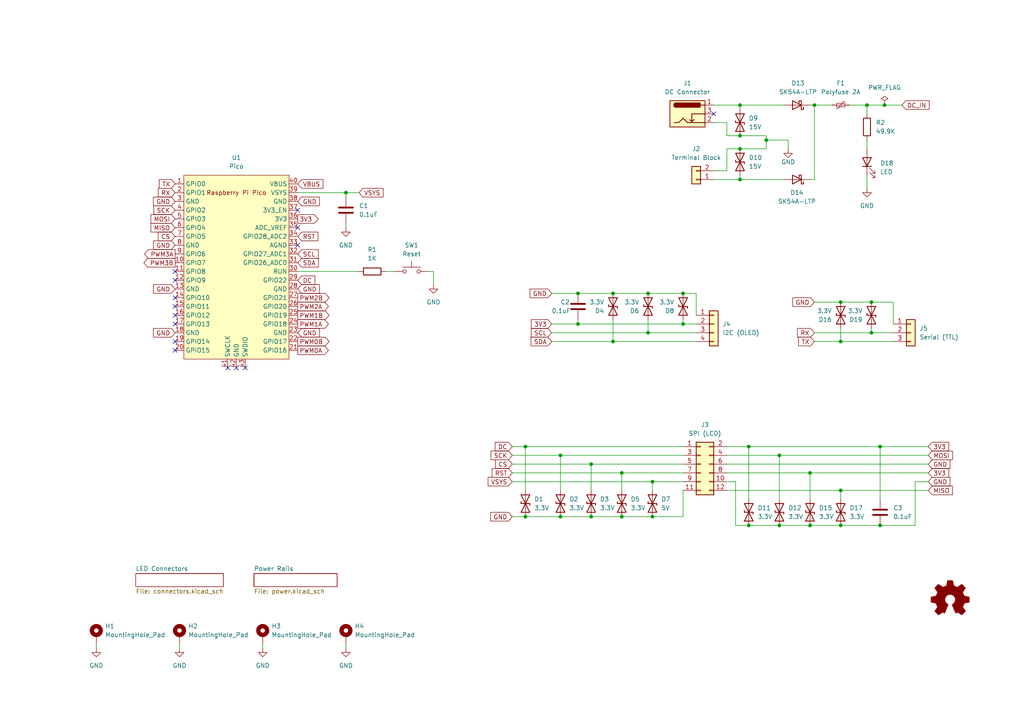
<source format=kicad_sch>
(kicad_sch (version 20230121) (generator eeschema)
  (paper "A4")
  (title_block (title "BrickPico - Open Source LED Controller") (date "2023-12-07") (rev "1.0") (company "Timo Kokkonen <tjko@iki.fi>") (comment 2 "BrickPico-8"))
  (lib_symbols
    (symbol "Connector:Barrel_Jack_Switch" (pin_names hide)
      (property "Reference" "J" (at 0 5.334 0))
      (property "Value" "Barrel_Jack_Switch" (at 0 -5.08 0))
      (symbol "Barrel_Jack_Switch_0_1"
        (rectangle (start -5.08 3.81) (end 5.08 -3.81) (stroke (width 0.254)) (fill (type background)))
        (arc (start -3.302 3.175) (mid -3.9343 2.54) (end -3.302 1.905) (stroke (width 0.254)))
        (arc (start -3.302 3.175) (mid -3.9343 2.54) (end -3.302 1.905) (stroke (width 0.254)) (fill (type outline)))
        (polyline (pts (xy 1.27 -2.286) (xy 1.905 -1.651)) (stroke (width 0.254)))
        (polyline (pts (xy 5.08 2.54) (xy 3.81 2.54)) (stroke (width 0.254)))
        (polyline (pts (xy 5.08 0) (xy 1.27 0) (xy 1.27 -2.286) (xy 0.635 -1.651)) (stroke (width 0.254)))
        (polyline (pts (xy -3.81 -2.54) (xy -2.54 -2.54) (xy -1.27 -1.27) (xy 0 -2.54) (xy 2.54 -2.54) (xy 5.08 -2.54)) (stroke (width 0.254)))
        (rectangle (start 3.683 3.175) (end -3.302 1.905) (stroke (width 0.254)) (fill (type outline)))
      )
      (symbol "Barrel_Jack_Switch_1_1"
        (pin passive line (at 7.62 2.54 180) (length 2.54) (name "~") (number "1"))
        (pin passive line (at 7.62 -2.54 180) (length 2.54) (name "~") (number "2"))
        (pin passive line (at 7.62 0 180) (length 2.54) (name "~") (number "3"))
      )
    )
    (symbol "Connector_Generic:Conn_01x02" (pin_names (offset 1.016) hide)
      (property "Reference" "J" (at 0 2.54 0))
      (property "Value" "Conn_01x02" (at 0 -5.08 0))
      (symbol "Conn_01x02_1_1"
        (rectangle (start -1.27 -2.413) (end 0 -2.667) (stroke (width 0.1524)))
        (rectangle (start -1.27 0.127) (end 0 -0.127) (stroke (width 0.1524)))
        (rectangle (start -1.27 1.27) (end 1.27 -3.81) (stroke (width 0.254)) (fill (type background)))
        (pin passive line (at -5.08 0 0) (length 3.81) (name "Pin_1") (number "1"))
        (pin passive line (at -5.08 -2.54 0) (length 3.81) (name "Pin_2") (number "2"))
      )
    )
    (symbol "Connector_Generic:Conn_01x03" (pin_names (offset 1.016) hide)
      (property "Reference" "J" (at 0 5.08 0))
      (property "Value" "Conn_01x03" (at 0 -5.08 0))
      (symbol "Conn_01x03_1_1"
        (rectangle (start -1.27 -2.413) (end 0 -2.667) (stroke (width 0.1524)))
        (rectangle (start -1.27 0.127) (end 0 -0.127) (stroke (width 0.1524)))
        (rectangle (start -1.27 2.667) (end 0 2.413) (stroke (width 0.1524)))
        (rectangle (start -1.27 3.81) (end 1.27 -3.81) (stroke (width 0.254)) (fill (type background)))
        (pin passive line (at -5.08 2.54 0) (length 3.81) (name "Pin_1") (number "1"))
        (pin passive line (at -5.08 0 0) (length 3.81) (name "Pin_2") (number "2"))
        (pin passive line (at -5.08 -2.54 0) (length 3.81) (name "Pin_3") (number "3"))
      )
    )
    (symbol "Connector_Generic:Conn_01x04" (pin_names (offset 1.016) hide)
      (property "Reference" "J" (at 0 5.08 0))
      (property "Value" "Conn_01x04" (at 0 -7.62 0))
      (symbol "Conn_01x04_1_1"
        (rectangle (start -1.27 -4.953) (end 0 -5.207) (stroke (width 0.1524)))
        (rectangle (start -1.27 -2.413) (end 0 -2.667) (stroke (width 0.1524)))
        (rectangle (start -1.27 0.127) (end 0 -0.127) (stroke (width 0.1524)))
        (rectangle (start -1.27 2.667) (end 0 2.413) (stroke (width 0.1524)))
        (rectangle (start -1.27 3.81) (end 1.27 -6.35) (stroke (width 0.254)) (fill (type background)))
        (pin passive line (at -5.08 2.54 0) (length 3.81) (name "Pin_1") (number "1"))
        (pin passive line (at -5.08 0 0) (length 3.81) (name "Pin_2") (number "2"))
        (pin passive line (at -5.08 -2.54 0) (length 3.81) (name "Pin_3") (number "3"))
        (pin passive line (at -5.08 -5.08 0) (length 3.81) (name "Pin_4") (number "4"))
      )
    )
    (symbol "Connector_Generic:Conn_02x06_Odd_Even" (pin_names (offset 1.016) hide)
      (property "Reference" "J" (at 1.27 7.62 0))
      (property "Value" "Conn_02x06_Odd_Even" (at 1.27 -10.16 0))
      (symbol "Conn_02x06_Odd_Even_1_1"
        (rectangle (start -1.27 -7.493) (end 0 -7.747) (stroke (width 0.1524)))
        (rectangle (start -1.27 -4.953) (end 0 -5.207) (stroke (width 0.1524)))
        (rectangle (start -1.27 -2.413) (end 0 -2.667) (stroke (width 0.1524)))
        (rectangle (start -1.27 0.127) (end 0 -0.127) (stroke (width 0.1524)))
        (rectangle (start -1.27 2.667) (end 0 2.413) (stroke (width 0.1524)))
        (rectangle (start -1.27 5.207) (end 0 4.953) (stroke (width 0.1524)))
        (rectangle (start -1.27 6.35) (end 3.81 -8.89) (stroke (width 0.254)) (fill (type background)))
        (rectangle (start 3.81 -7.493) (end 2.54 -7.747) (stroke (width 0.1524)))
        (rectangle (start 3.81 -4.953) (end 2.54 -5.207) (stroke (width 0.1524)))
        (rectangle (start 3.81 -2.413) (end 2.54 -2.667) (stroke (width 0.1524)))
        (rectangle (start 3.81 0.127) (end 2.54 -0.127) (stroke (width 0.1524)))
        (rectangle (start 3.81 2.667) (end 2.54 2.413) (stroke (width 0.1524)))
        (rectangle (start 3.81 5.207) (end 2.54 4.953) (stroke (width 0.1524)))
        (pin passive line (at -5.08 5.08 0) (length 3.81) (name "Pin_1") (number "1"))
        (pin passive line (at 7.62 -5.08 180) (length 3.81) (name "Pin_10") (number "10"))
        (pin passive line (at -5.08 -7.62 0) (length 3.81) (name "Pin_11") (number "11"))
        (pin passive line (at 7.62 -7.62 180) (length 3.81) (name "Pin_12") (number "12"))
        (pin passive line (at 7.62 5.08 180) (length 3.81) (name "Pin_2") (number "2"))
        (pin passive line (at -5.08 2.54 0) (length 3.81) (name "Pin_3") (number "3"))
        (pin passive line (at 7.62 2.54 180) (length 3.81) (name "Pin_4") (number "4"))
        (pin passive line (at -5.08 0 0) (length 3.81) (name "Pin_5") (number "5"))
        (pin passive line (at 7.62 0 180) (length 3.81) (name "Pin_6") (number "6"))
        (pin passive line (at -5.08 -2.54 0) (length 3.81) (name "Pin_7") (number "7"))
        (pin passive line (at 7.62 -2.54 180) (length 3.81) (name "Pin_8") (number "8"))
        (pin passive line (at -5.08 -5.08 0) (length 3.81) (name "Pin_9") (number "9"))
      )
    )
    (symbol "Device:C" (pin_numbers hide) (pin_names (offset 0.254))
      (property "Reference" "C" (at 0.635 2.54 0))
      (property "Value" "C" (at 0.635 -2.54 0))
      (symbol "C_0_1"
        (polyline (pts (xy -2.032 -0.762) (xy 2.032 -0.762)) (stroke (width 0.508)))
        (polyline (pts (xy -2.032 0.762) (xy 2.032 0.762)) (stroke (width 0.508)))
      )
      (symbol "C_1_1"
        (pin passive line (at 0 3.81 270) (length 2.794) (name "~") (number "1"))
        (pin passive line (at 0 -3.81 90) (length 2.794) (name "~") (number "2"))
      )
    )
    (symbol "Device:D_Schottky" (pin_numbers hide) (pin_names (offset 1.016) hide)
      (property "Reference" "D" (at 0 2.54 0))
      (property "Value" "D_Schottky" (at 0 -2.54 0))
      (symbol "D_Schottky_0_1"
        (polyline (pts (xy 1.27 0) (xy -1.27 0)))
        (polyline (pts (xy 1.27 1.27) (xy 1.27 -1.27) (xy -1.27 0) (xy 1.27 1.27)) (stroke (width 0.254)))
        (polyline (pts (xy -1.905 0.635) (xy -1.905 1.27) (xy -1.27 1.27) (xy -1.27 -1.27) (xy -0.635 -1.27) (xy -0.635 -0.635)) (stroke (width 0.254)))
      )
      (symbol "D_Schottky_1_1"
        (pin passive line (at -3.81 0 0) (length 2.54) (name "K") (number "1"))
        (pin passive line (at 3.81 0 180) (length 2.54) (name "A") (number "2"))
      )
    )
    (symbol "Device:D_TVS" (pin_numbers hide) (pin_names (offset 1.016) hide)
      (property "Reference" "D" (at 0 2.54 0))
      (property "Value" "D_TVS" (at 0 -2.54 0))
      (symbol "D_TVS_0_1"
        (polyline (pts (xy 1.27 0) (xy -1.27 0)))
        (polyline (pts (xy 0.508 1.27) (xy 0 1.27) (xy 0 -1.27) (xy -0.508 -1.27)) (stroke (width 0.254)))
        (polyline (pts (xy -2.54 1.27) (xy -2.54 -1.27) (xy 2.54 1.27) (xy 2.54 -1.27) (xy -2.54 1.27)) (stroke (width 0.254)))
      )
      (symbol "D_TVS_1_1"
        (pin passive line (at -3.81 0 0) (length 2.54) (name "A1") (number "1"))
        (pin passive line (at 3.81 0 180) (length 2.54) (name "A2") (number "2"))
      )
    )
    (symbol "Device:LED" (pin_numbers hide) (pin_names (offset 1.016) hide)
      (property "Reference" "D" (at 0 2.54 0))
      (property "Value" "LED" (at 0 -2.54 0))
      (symbol "LED_0_1"
        (polyline (pts (xy -1.27 -1.27) (xy -1.27 1.27)) (stroke (width 0.254)))
        (polyline (pts (xy -1.27 0) (xy 1.27 0)))
        (polyline (pts (xy 1.27 -1.27) (xy 1.27 1.27) (xy -1.27 0) (xy 1.27 -1.27)) (stroke (width 0.254)))
        (polyline (pts (xy -3.048 -0.762) (xy -4.572 -2.286) (xy -3.81 -2.286) (xy -4.572 -2.286) (xy -4.572 -1.524)))
        (polyline (pts (xy -1.778 -0.762) (xy -3.302 -2.286) (xy -2.54 -2.286) (xy -3.302 -2.286) (xy -3.302 -1.524)))
      )
      (symbol "LED_1_1"
        (pin passive line (at -3.81 0 0) (length 2.54) (name "K") (number "1"))
        (pin passive line (at 3.81 0 180) (length 2.54) (name "A") (number "2"))
      )
    )
    (symbol "Device:Polyfuse_Small" (pin_numbers hide) (pin_names (offset 0))
      (property "Reference" "F" (at -1.905 0 90))
      (property "Value" "Polyfuse_Small" (at 1.905 0 90))
      (symbol "Polyfuse_Small_0_1"
        (rectangle (start -0.508 1.27) (end 0.508 -1.27))
        (polyline (pts (xy 0 2.54) (xy 0 -2.54)))
        (polyline (pts (xy -1.016 1.27) (xy -1.016 0.762) (xy 1.016 -0.762) (xy 1.016 -1.27)))
      )
      (symbol "Polyfuse_Small_1_1"
        (pin passive line (at 0 2.54 270) (length 0.635) (name "~") (number "1"))
        (pin passive line (at 0 -2.54 90) (length 0.635) (name "~") (number "2"))
      )
    )
    (symbol "Device:R" (pin_numbers hide) (pin_names (offset 0))
      (property "Reference" "R" (at 2.032 0 90))
      (property "Value" "R" (at 0 0 90))
      (symbol "R_0_1"
        (rectangle (start -1.016 -2.54) (end 1.016 2.54) (stroke (width 0.254)))
      )
      (symbol "R_1_1"
        (pin passive line (at 0 3.81 270) (length 1.27) (name "~") (number "1"))
        (pin passive line (at 0 -3.81 90) (length 1.27) (name "~") (number "2"))
      )
    )
    (symbol "Graphic:Logo_Open_Hardware_Small" (in_bom no) (on_board no)
      (symbol "Logo_Open_Hardware_Small_0_1"
        (polyline (pts (xy 3.3528 -4.3434) (xy 3.302 -4.318) (xy 3.175 -4.2418) (xy 2.9972 -4.1148) (xy 2.7686 -3.9624) (xy 2.54 -3.81) (xy 2.3622 -3.7084) (xy 2.2352 -3.6068) (xy 2.1844 -3.5814) (xy 2.159 -3.6068) (xy 2.0574 -3.6576) (xy 1.905 -3.7338) (xy 1.8034 -3.7846) (xy 1.6764 -3.8354) (xy 1.6002 -3.8354) (xy 1.6002 -3.8354) (xy 1.5494 -3.7338) (xy 1.4732 -3.5306) (xy 1.3462 -3.302) (xy 1.2446 -3.0226) (xy 1.1176 -2.7178) (xy 0.9652 -2.413) (xy 0.8636 -2.1082) (xy 0.7366 -1.8288) (xy 0.6604 -1.6256) (xy 0.6096 -1.4732) (xy 0.5842 -1.397) (xy 0.5842 -1.397) (xy 0.6604 -1.3208) (xy 0.7874 -1.2446) (xy 1.0414 -1.016) (xy 1.2954 -0.6858) (xy 1.4478 -0.3302) (xy 1.524 0.0762) (xy 1.4732 0.4572) (xy 1.3208 0.8128) (xy 1.0668 1.143) (xy 0.762 1.3716) (xy 0.4064 1.524) (xy 0 1.5748) (xy -0.381 1.5494) (xy -0.7366 1.397) (xy -1.0668 1.143) (xy -1.2192 0.9906) (xy -1.397 0.6604) (xy -1.524 0.3048) (xy -1.524 0.2286) (xy -1.4986 -0.1778) (xy -1.397 -0.5334) (xy -1.1938 -0.8636) (xy -0.9144 -1.143) (xy -0.8636 -1.1684) (xy -0.7366 -1.27) (xy -0.635 -1.3462) (xy -0.5842 -1.397) (xy -1.0668 -2.5908) (xy -1.143 -2.794) (xy -1.2954 -3.1242) (xy -1.397 -3.4036) (xy -1.4986 -3.6322) (xy -1.5748 -3.7846) (xy -1.6002 -3.8354) (xy -1.6002 -3.8354) (xy -1.651 -3.8354) (xy -1.7272 -3.81) (xy -1.905 -3.7338) (xy -2.0066 -3.683) (xy -2.1336 -3.6068) (xy -2.2098 -3.5814) (xy -2.2606 -3.6068) (xy -2.3622 -3.683) (xy -2.54 -3.81) (xy -2.7686 -3.9624) (xy -2.9718 -4.0894) (xy -3.1496 -4.2164) (xy -3.302 -4.318) (xy -3.3528 -4.3434) (xy -3.3782 -4.3434) (xy -3.429 -4.318) (xy -3.5306 -4.2164) (xy -3.7084 -4.064) (xy -3.937 -3.8354) (xy -3.9624 -3.81) (xy -4.1656 -3.6068) (xy -4.318 -3.4544) (xy -4.4196 -3.3274) (xy -4.445 -3.2766) (xy -4.445 -3.2766) (xy -4.4196 -3.2258) (xy -4.318 -3.0734) (xy -4.2164 -2.8956) (xy -4.064 -2.667) (xy -3.6576 -2.0828) (xy -3.8862 -1.5494) (xy -3.937 -1.3716) (xy -4.0386 -1.1684) (xy -4.0894 -1.0414) (xy -4.1148 -0.9652) (xy -4.191 -0.9398) (xy -4.318 -0.9144) (xy -4.5466 -0.8636) (xy -4.8006 -0.8128) (xy -5.0546 -0.7874) (xy -5.2578 -0.7366) (xy -5.4356 -0.7112) (xy -5.5118 -0.6858) (xy -5.5118 -0.6858) (xy -5.5372 -0.635) (xy -5.5372 -0.5588) (xy -5.5372 -0.4318) (xy -5.5626 -0.2286) (xy -5.5626 0.0762) (xy -5.5626 0.127) (xy -5.5372 0.4064) (xy -5.5372 0.635) (xy -5.5372 0.762) (xy -5.5372 0.8382) (xy -5.5372 0.8382) (xy -5.461 0.8382) (xy -5.3086 0.889) (xy -5.08 0.9144) (xy -4.826 0.9652) (xy -4.8006 0.9906) (xy -4.5466 1.0414) (xy -4.318 1.0668) (xy -4.1656 1.1176) (xy -4.0894 1.143) (xy -4.0894 1.143) (xy -4.0386 1.2446) (xy -3.9624 1.4224) (xy -3.8608 1.6256) (xy -3.7846 1.8288) (xy -3.7084 2.0066) (xy -3.6576 2.159) (xy -3.6322 2.2098) (xy -3.6322 2.2098) (xy -3.683 2.286) (xy -3.7592 2.413) (xy -3.8862 2.5908) (xy -4.064 2.8194) (xy -4.064 2.8448) (xy -4.2164 3.0734) (xy -4.3434 3.2512) (xy -4.4196 3.3782) (xy -4.445 3.4544) (xy -4.445 3.4544) (xy -4.3942 3.5052) (xy -4.2926 3.6322) (xy -4.1148 3.81) (xy -3.937 4.0132) (xy -3.8608 4.064) (xy -3.6576 4.2926) (xy -3.5052 4.4196) (xy -3.4036 4.4958) (xy -3.3528 4.5212) (xy -3.3528 4.5212) (xy -3.302 4.4704) (xy -3.1496 4.3688) (xy -2.9718 4.2418) (xy -2.7432 4.0894) (xy -2.7178 4.0894) (xy -2.4892 3.937) (xy -2.3114 3.81) (xy -2.1844 3.7084) (xy -2.1336 3.683) (xy -2.1082 3.683) (xy -2.032 3.7084) (xy -1.8542 3.7592) (xy -1.6764 3.8354) (xy -1.4732 3.937) (xy -1.27 4.0132) (xy -1.143 4.064) (xy -1.0668 4.1148) (xy -1.0668 4.1148) (xy -1.0414 4.191) (xy -1.016 4.3434) (xy -0.9652 4.572) (xy -0.9144 4.8514) (xy -0.889 4.9022) (xy -0.8382 5.1562) (xy -0.8128 5.3848) (xy -0.7874 5.5372) (xy -0.762 5.588) (xy -0.7112 5.6134) (xy -0.5842 5.6134) (xy -0.4064 5.6134) (xy -0.1524 5.6134) (xy 0.0762 5.6134) (xy 0.3302 5.6134) (xy 0.5334 5.6134) (xy 0.6858 5.588) (xy 0.7366 5.588) (xy 0.7366 5.588) (xy 0.762 5.5118) (xy 0.8128 5.334) (xy 0.8382 5.1054) (xy 0.9144 4.826) (xy 0.9144 4.7752) (xy 0.9652 4.5212) (xy 1.016 4.2926) (xy 1.0414 4.1402) (xy 1.0668 4.0894) (xy 1.0668 4.0894) (xy 1.1938 4.0386) (xy 1.3716 3.9624) (xy 1.5748 3.8608) (xy 2.0828 3.6576) (xy 2.7178 4.0894) (xy 2.7686 4.1402) (xy 2.9972 4.2926) (xy 3.175 4.4196) (xy 3.302 4.4958) (xy 3.3782 4.5212) (xy 3.3782 4.5212) (xy 3.429 4.4704) (xy 3.556 4.3434) (xy 3.7338 4.191) (xy 3.9116 3.9878) (xy 4.064 3.8354) (xy 4.2418 3.6576) (xy 4.3434 3.556) (xy 4.4196 3.4798) (xy 4.4196 3.429) (xy 4.4196 3.4036) (xy 4.3942 3.3274) (xy 4.2926 3.2004) (xy 4.1656 2.9972) (xy 4.0132 2.794) (xy 3.8862 2.5908) (xy 3.7592 2.3876) (xy 3.6576 2.2352) (xy 3.6322 2.159) (xy 3.6322 2.1336) (xy 3.683 2.0066) (xy 3.7592 1.8288) (xy 3.8608 1.6002) (xy 4.064 1.1176) (xy 4.3942 1.0414) (xy 4.5974 1.016) (xy 4.8768 0.9652) (xy 5.1308 0.9144) (xy 5.5372 0.8382) (xy 5.5626 -0.6604) (xy 5.4864 -0.6858) (xy 5.4356 -0.6858) (xy 5.2832 -0.7366) (xy 5.0546 -0.762) (xy 4.8006 -0.8128) (xy 4.5974 -0.8636) (xy 4.3688 -0.9144) (xy 4.2164 -0.9398) (xy 4.1402 -0.9398) (xy 4.1148 -0.9652) (xy 4.064 -1.0668) (xy 3.9878 -1.2446) (xy 3.9116 -1.4478) (xy 3.81 -1.651) (xy 3.7338 -1.8542) (xy 3.683 -2.0066) (xy 3.6576 -2.0828) (xy 3.683 -2.1336) (xy 3.7846 -2.2606) (xy 3.8862 -2.4638) (xy 4.0386 -2.667) (xy 4.191 -2.8956) (xy 4.318 -3.0734) (xy 4.3942 -3.2004) (xy 4.445 -3.2766) (xy 4.4196 -3.3274) (xy 4.3434 -3.429) (xy 4.1656 -3.5814) (xy 3.937 -3.8354) (xy 3.8862 -3.8608) (xy 3.683 -4.064) (xy 3.5306 -4.2164) (xy 3.4036 -4.318) (xy 3.3528 -4.3434)) (fill (type outline)))
      )
    )
    (symbol "Mechanical:MountingHole_Pad" (pin_numbers hide) (pin_names (offset 1.016) hide)
      (property "Reference" "H" (at 0 6.35 0))
      (property "Value" "MountingHole_Pad" (at 0 4.445 0))
      (symbol "MountingHole_Pad_0_1"
        (circle (center 0 1.27) (radius 1.27) (stroke (width 1.27)))
      )
      (symbol "MountingHole_Pad_1_1"
        (pin input line (at 0 -2.54 90) (length 2.54) (name "1") (number "1"))
      )
    )
    (symbol "Switch:SW_Push" (pin_numbers hide) (pin_names (offset 1.016) hide)
      (property "Reference" "SW" (at 1.27 2.54 0))
      (property "Value" "SW_Push" (at 0 -1.524 0))
      (symbol "SW_Push_0_1"
        (circle (center -2.032 0) (radius 0.508))
        (polyline (pts (xy 0 1.27) (xy 0 3.048)))
        (polyline (pts (xy 2.54 1.27) (xy -2.54 1.27)))
        (circle (center 2.032 0) (radius 0.508))
        (pin passive line (at -5.08 0 0) (length 2.54) (name "1") (number "1"))
        (pin passive line (at 5.08 0 180) (length 2.54) (name "2") (number "2"))
      )
    )
    (symbol "fanpico:Pico"
      (property "Reference" "U4" (at 0 31.75 0))
      (property "Value" "Pico" (at 0 29.21 0))
      (symbol "Pico_0_0"
        (text "Raspberry Pi Pico" (at 0 21.59 0) (effects (font (size 1.27 1.27))))
      )
      (symbol "Pico_0_1"
        (rectangle (start -15.24 26.67) (end 15.24 -26.67) (fill (type background)))
      )
      (symbol "Pico_1_1"
        (pin bidirectional line (at -17.78 24.13 0) (length 2.54) (name "GPIO0") (number "1"))
        (pin bidirectional line (at -17.78 1.27 0) (length 2.54) (name "GPIO7") (number "10"))
        (pin bidirectional line (at -17.78 -1.27 0) (length 2.54) (name "GPIO8") (number "11"))
        (pin bidirectional line (at -17.78 -3.81 0) (length 2.54) (name "GPIO9") (number "12"))
        (pin power_in line (at -17.78 -6.35 0) (length 2.54) (name "GND") (number "13"))
        (pin bidirectional line (at -17.78 -8.89 0) (length 2.54) (name "GPIO10") (number "14"))
        (pin bidirectional line (at -17.78 -11.43 0) (length 2.54) (name "GPIO11") (number "15"))
        (pin bidirectional line (at -17.78 -13.97 0) (length 2.54) (name "GPIO12") (number "16"))
        (pin bidirectional line (at -17.78 -16.51 0) (length 2.54) (name "GPIO13") (number "17"))
        (pin power_in line (at -17.78 -19.05 0) (length 2.54) (name "GND") (number "18"))
        (pin bidirectional line (at -17.78 -21.59 0) (length 2.54) (name "GPIO14") (number "19"))
        (pin bidirectional line (at -17.78 21.59 0) (length 2.54) (name "GPIO1") (number "2"))
        (pin bidirectional line (at -17.78 -24.13 0) (length 2.54) (name "GPIO15") (number "20"))
        (pin bidirectional line (at 17.78 -24.13 180) (length 2.54) (name "GPIO16") (number "21"))
        (pin bidirectional line (at 17.78 -21.59 180) (length 2.54) (name "GPIO17") (number "22"))
        (pin power_in line (at 17.78 -19.05 180) (length 2.54) (name "GND") (number "23"))
        (pin bidirectional line (at 17.78 -16.51 180) (length 2.54) (name "GPIO18") (number "24"))
        (pin bidirectional line (at 17.78 -13.97 180) (length 2.54) (name "GPIO19") (number "25"))
        (pin bidirectional line (at 17.78 -11.43 180) (length 2.54) (name "GPIO20") (number "26"))
        (pin bidirectional line (at 17.78 -8.89 180) (length 2.54) (name "GPIO21") (number "27"))
        (pin power_in line (at 17.78 -6.35 180) (length 2.54) (name "GND") (number "28"))
        (pin bidirectional line (at 17.78 -3.81 180) (length 2.54) (name "GPIO22") (number "29"))
        (pin power_in line (at -17.78 19.05 0) (length 2.54) (name "GND") (number "3"))
        (pin input line (at 17.78 -1.27 180) (length 2.54) (name "RUN") (number "30"))
        (pin bidirectional line (at 17.78 1.27 180) (length 2.54) (name "GPIO26_ADC0") (number "31"))
        (pin bidirectional line (at 17.78 3.81 180) (length 2.54) (name "GPIO27_ADC1") (number "32"))
        (pin power_in line (at 17.78 6.35 180) (length 2.54) (name "AGND") (number "33"))
        (pin bidirectional line (at 17.78 8.89 180) (length 2.54) (name "GPIO28_ADC2") (number "34"))
        (pin power_in line (at 17.78 11.43 180) (length 2.54) (name "ADC_VREF") (number "35"))
        (pin power_in line (at 17.78 13.97 180) (length 2.54) (name "3V3") (number "36"))
        (pin input line (at 17.78 16.51 180) (length 2.54) (name "3V3_EN") (number "37"))
        (pin power_in line (at 17.78 19.05 180) (length 2.54) (name "GND") (number "38"))
        (pin power_in line (at 17.78 21.59 180) (length 2.54) (name "VSYS") (number "39"))
        (pin bidirectional line (at -17.78 16.51 0) (length 2.54) (name "GPIO2") (number "4"))
        (pin power_in line (at 17.78 24.13 180) (length 2.54) (name "VBUS") (number "40"))
        (pin input line (at -2.54 -29.21 90) (length 2.54) (name "SWCLK") (number "41"))
        (pin power_in line (at 0 -29.21 90) (length 2.54) (name "GND") (number "42"))
        (pin bidirectional line (at 2.54 -29.21 90) (length 2.54) (name "SWDIO") (number "43"))
        (pin bidirectional line (at -17.78 13.97 0) (length 2.54) (name "GPIO3") (number "5"))
        (pin bidirectional line (at -17.78 11.43 0) (length 2.54) (name "GPIO4") (number "6"))
        (pin bidirectional line (at -17.78 8.89 0) (length 2.54) (name "GPIO5") (number "7"))
        (pin power_in line (at -17.78 6.35 0) (length 2.54) (name "GND") (number "8"))
        (pin bidirectional line (at -17.78 3.81 0) (length 2.54) (name "GPIO6") (number "9"))
      )
    )
    (symbol "power:GND" (power) (pin_names (offset 0))
      (property "Value" "GND" (at 0 -3.81 0))
      (symbol "GND_0_1"
        (polyline (pts (xy 0 0) (xy 0 -1.27) (xy 1.27 -1.27) (xy 0 -2.54) (xy -1.27 -1.27) (xy 0 -1.27)))
      )
      (symbol "GND_1_1"
        (pin power_in line (at 0 0 270) (length 0) hide (name "GND") (number "1"))
      )
    )
    (symbol "power:PWR_FLAG" (power) (pin_numbers hide) (pin_names (offset 0) hide)
      (property "Value" "PWR_FLAG" (at 0 3.81 0))
      (symbol "PWR_FLAG_0_0"
        (pin power_out line (at 0 0 90) (length 0) (name "pwr") (number "1"))
      )
      (symbol "PWR_FLAG_0_1"
        (polyline (pts (xy 0 0) (xy 0 1.27) (xy -1.016 1.905) (xy 0 2.54) (xy 1.016 1.905) (xy 0 1.27)))
      )
    )
  )
  (junction (at 167.64 85.09))
  (junction (at 214.63 30.48))
  (junction (at 189.23 139.7))
  (junction (at 256.54 30.48))
  (junction (at 162.56 149.86))
  (junction (at 100.33 55.88))
  (junction (at 171.45 149.86))
  (junction (at 217.17 152.4))
  (junction (at 234.95 152.4))
  (junction (at 243.84 99.06))
  (junction (at 251.46 30.48))
  (junction (at 243.84 87.63))
  (junction (at 217.17 129.54))
  (junction (at 236.22 30.48))
  (junction (at 177.8 85.09))
  (junction (at 252.73 96.52))
  (junction (at 214.63 39.37))
  (junction (at 189.23 149.86))
  (junction (at 152.4 149.86))
  (junction (at 255.27 152.4))
  (junction (at 214.63 43.18))
  (junction (at 177.8 99.06))
  (junction (at 187.96 96.52))
  (junction (at 252.73 87.63))
  (junction (at 187.96 85.09))
  (junction (at 226.06 152.4))
  (junction (at 152.4 129.54))
  (junction (at 226.06 132.08))
  (junction (at 243.84 142.24))
  (junction (at 180.34 149.86))
  (junction (at 180.34 137.16))
  (junction (at 171.45 134.62))
  (junction (at 234.95 137.16))
  (junction (at 214.63 52.07))
  (junction (at 222.25 40.64))
  (junction (at 198.12 85.09))
  (junction (at 243.84 152.4))
  (junction (at 162.56 132.08))
  (junction (at 198.12 93.98))
  (junction (at 255.27 129.54))
  (junction (at 167.64 93.98))
  (no_connect (at 66.04 106.68))
  (no_connect (at 86.36 60.96))
  (no_connect (at 50.8 81.28))
  (no_connect (at 50.8 93.98))
  (no_connect (at 50.8 78.74))
  (no_connect (at 50.8 101.6))
  (no_connect (at 86.36 66.04))
  (no_connect (at 86.36 71.12))
  (no_connect (at 71.12 106.68))
  (no_connect (at 50.8 91.44))
  (no_connect (at 207.01 33.02))
  (no_connect (at 68.58 106.68))
  (no_connect (at 50.8 99.06))
  (no_connect (at 50.8 88.9))
  (no_connect (at 50.8 86.36))
  (wire (pts (xy 148.59 132.08) (xy 162.56 132.08)))
  (wire (pts (xy 234.95 152.4) (xy 243.84 152.4)))
  (wire (pts (xy 210.82 35.56) (xy 210.82 39.37)))
  (wire (pts (xy 180.34 137.16) (xy 180.34 142.24)))
  (wire (pts (xy 243.84 142.24) (xy 269.24 142.24)))
  (wire (pts (xy 234.95 52.07) (xy 236.22 52.07)))
  (wire (pts (xy 246.38 30.48) (xy 251.46 30.48)))
  (wire (pts (xy 207.01 49.53) (xy 210.82 49.53)))
  (wire (pts (xy 189.23 139.7) (xy 189.23 142.24)))
  (wire (pts (xy 269.24 139.7) (xy 265.43 139.7)))
  (wire (pts (xy 226.06 132.08) (xy 226.06 144.78)))
  (wire (pts (xy 252.73 96.52) (xy 259.08 96.52)))
  (wire (pts (xy 207.01 30.48) (xy 214.63 30.48)))
  (wire (pts (xy 236.22 96.52) (xy 252.73 96.52)))
  (wire (pts (xy 226.06 152.4) (xy 234.95 152.4)))
  (wire (pts (xy 189.23 139.7) (xy 198.12 139.7)))
  (wire (pts (xy 100.33 57.15) (xy 100.33 55.88)))
  (wire (pts (xy 187.96 96.52) (xy 201.93 96.52)))
  (wire (pts (xy 265.43 139.7) (xy 265.43 152.4)))
  (wire (pts (xy 160.02 93.98) (xy 167.64 93.98)))
  (wire (pts (xy 177.8 99.06) (xy 201.93 99.06)))
  (wire (pts (xy 251.46 50.8) (xy 251.46 54.61)))
  (wire (pts (xy 171.45 134.62) (xy 171.45 142.24)))
  (wire (pts (xy 198.12 93.98) (xy 201.93 93.98)))
  (wire (pts (xy 27.94 186.69) (xy 27.94 187.96)))
  (wire (pts (xy 171.45 134.62) (xy 198.12 134.62)))
  (wire (pts (xy 259.08 93.98) (xy 259.08 87.63)))
  (wire (pts (xy 228.6 43.18) (xy 228.6 40.64)))
  (wire (pts (xy 243.84 87.63) (xy 252.73 87.63)))
  (wire (pts (xy 265.43 152.4) (xy 255.27 152.4)))
  (wire (pts (xy 152.4 149.86) (xy 162.56 149.86)))
  (wire (pts (xy 256.54 30.48) (xy 251.46 30.48)))
  (wire (pts (xy 104.14 78.74) (xy 86.36 78.74)))
  (wire (pts (xy 148.59 129.54) (xy 152.4 129.54)))
  (wire (pts (xy 214.63 43.18) (xy 222.25 43.18)))
  (wire (pts (xy 214.63 52.07) (xy 227.33 52.07)))
  (wire (pts (xy 236.22 30.48) (xy 241.3 30.48)))
  (wire (pts (xy 222.25 39.37) (xy 222.25 40.64)))
  (wire (pts (xy 152.4 129.54) (xy 152.4 142.24)))
  (wire (pts (xy 124.46 78.74) (xy 125.73 78.74)))
  (wire (pts (xy 210.82 139.7) (xy 213.36 139.7)))
  (wire (pts (xy 222.25 40.64) (xy 222.25 43.18)))
  (wire (pts (xy 52.07 186.69) (xy 52.07 187.96)))
  (wire (pts (xy 100.33 186.69) (xy 100.33 187.96)))
  (wire (pts (xy 210.82 49.53) (xy 210.82 43.18)))
  (wire (pts (xy 236.22 52.07) (xy 236.22 30.48)))
  (wire (pts (xy 111.76 78.74) (xy 114.3 78.74)))
  (wire (pts (xy 187.96 92.71) (xy 187.96 96.52)))
  (wire (pts (xy 160.02 85.09) (xy 167.64 85.09)))
  (wire (pts (xy 162.56 132.08) (xy 198.12 132.08)))
  (wire (pts (xy 177.8 92.71) (xy 177.8 99.06)))
  (wire (pts (xy 217.17 129.54) (xy 255.27 129.54)))
  (wire (pts (xy 210.82 39.37) (xy 214.63 39.37)))
  (wire (pts (xy 214.63 30.48) (xy 227.33 30.48)))
  (wire (pts (xy 160.02 99.06) (xy 177.8 99.06)))
  (wire (pts (xy 226.06 132.08) (xy 269.24 132.08)))
  (wire (pts (xy 210.82 134.62) (xy 269.24 134.62)))
  (wire (pts (xy 198.12 149.86) (xy 189.23 149.86)))
  (wire (pts (xy 100.33 64.77) (xy 100.33 66.04)))
  (wire (pts (xy 148.59 134.62) (xy 171.45 134.62)))
  (wire (pts (xy 210.82 35.56) (xy 207.01 35.56)))
  (wire (pts (xy 217.17 129.54) (xy 217.17 144.78)))
  (wire (pts (xy 198.12 142.24) (xy 198.12 149.86)))
  (wire (pts (xy 213.36 139.7) (xy 213.36 152.4)))
  (wire (pts (xy 234.95 137.16) (xy 234.95 144.78)))
  (wire (pts (xy 76.2 186.69) (xy 76.2 187.96)))
  (wire (pts (xy 152.4 129.54) (xy 198.12 129.54)))
  (wire (pts (xy 236.22 87.63) (xy 243.84 87.63)))
  (wire (pts (xy 177.8 85.09) (xy 187.96 85.09)))
  (wire (pts (xy 210.82 129.54) (xy 217.17 129.54)))
  (wire (pts (xy 162.56 149.86) (xy 171.45 149.86)))
  (wire (pts (xy 210.82 43.18) (xy 214.63 43.18)))
  (wire (pts (xy 251.46 30.48) (xy 251.46 33.02)))
  (wire (pts (xy 180.34 137.16) (xy 198.12 137.16)))
  (wire (pts (xy 148.59 149.86) (xy 152.4 149.86)))
  (wire (pts (xy 243.84 99.06) (xy 259.08 99.06)))
  (wire (pts (xy 180.34 149.86) (xy 189.23 149.86)))
  (wire (pts (xy 214.63 50.8) (xy 214.63 52.07)))
  (wire (pts (xy 236.22 30.48) (xy 234.95 30.48)))
  (wire (pts (xy 148.59 139.7) (xy 189.23 139.7)))
  (wire (pts (xy 243.84 95.25) (xy 243.84 99.06)))
  (wire (pts (xy 207.01 52.07) (xy 214.63 52.07)))
  (wire (pts (xy 162.56 132.08) (xy 162.56 142.24)))
  (wire (pts (xy 167.64 93.98) (xy 198.12 93.98)))
  (wire (pts (xy 210.82 137.16) (xy 234.95 137.16)))
  (wire (pts (xy 210.82 132.08) (xy 226.06 132.08)))
  (wire (pts (xy 167.64 92.71) (xy 167.64 93.98)))
  (wire (pts (xy 187.96 85.09) (xy 198.12 85.09)))
  (wire (pts (xy 86.36 55.88) (xy 100.33 55.88)))
  (wire (pts (xy 125.73 78.74) (xy 125.73 82.55)))
  (wire (pts (xy 214.63 39.37) (xy 222.25 39.37)))
  (wire (pts (xy 255.27 129.54) (xy 269.24 129.54)))
  (wire (pts (xy 252.73 95.25) (xy 252.73 96.52)))
  (wire (pts (xy 236.22 99.06) (xy 243.84 99.06)))
  (wire (pts (xy 210.82 142.24) (xy 243.84 142.24)))
  (wire (pts (xy 243.84 142.24) (xy 243.84 144.78)))
  (wire (pts (xy 252.73 87.63) (xy 259.08 87.63)))
  (wire (pts (xy 100.33 55.88) (xy 104.14 55.88)))
  (wire (pts (xy 255.27 152.4) (xy 243.84 152.4)))
  (wire (pts (xy 171.45 149.86) (xy 180.34 149.86)))
  (wire (pts (xy 198.12 92.71) (xy 198.12 93.98)))
  (wire (pts (xy 213.36 152.4) (xy 217.17 152.4)))
  (wire (pts (xy 198.12 85.09) (xy 201.93 85.09)))
  (wire (pts (xy 201.93 91.44) (xy 201.93 85.09)))
  (wire (pts (xy 234.95 137.16) (xy 269.24 137.16)))
  (wire (pts (xy 228.6 40.64) (xy 222.25 40.64)))
  (wire (pts (xy 167.64 85.09) (xy 177.8 85.09)))
  (wire (pts (xy 160.02 96.52) (xy 187.96 96.52)))
  (wire (pts (xy 214.63 30.48) (xy 214.63 31.75)))
  (wire (pts (xy 148.59 137.16) (xy 180.34 137.16)))
  (wire (pts (xy 217.17 152.4) (xy 226.06 152.4)))
  (wire (pts (xy 251.46 40.64) (xy 251.46 43.18)))
  (wire (pts (xy 255.27 129.54) (xy 255.27 144.78)))
  (wire (pts (xy 261.62 30.48) (xy 256.54 30.48)))
  (global_label "SCL" (shape input) (at 160.02 96.52 180) (property "Intersheetrefs" "${INTERSHEET_REFS}" (effects hide)))
  (global_label "GND" (shape input) (at 269.24 134.62 0) (property "Intersheetrefs" "${INTERSHEET_REFS}" (effects hide)))
  (global_label "PWM3B" (shape output) (at 50.8 76.2 180) (property "Intersheetrefs" "${INTERSHEET_REFS}" (effects hide)))
  (global_label "RX" (shape input) (at 236.22 96.52 180) (property "Intersheetrefs" "${INTERSHEET_REFS}" (effects hide)))
  (global_label "PWM2A" (shape output) (at 86.36 88.9 0) (property "Intersheetrefs" "${INTERSHEET_REFS}" (effects hide)))
  (global_label "VSYS" (shape input) (at 104.14 55.88 0) (property "Intersheetrefs" "${INTERSHEET_REFS}" (effects hide)))
  (global_label "3V3" (shape input) (at 269.24 129.54 0) (property "Intersheetrefs" "${INTERSHEET_REFS}" (effects hide)))
  (global_label "CS" (shape input) (at 148.59 134.62 180) (property "Intersheetrefs" "${INTERSHEET_REFS}" (effects hide)))
  (global_label "RX" (shape input) (at 50.8 55.88 180) (property "Intersheetrefs" "${INTERSHEET_REFS}" (effects hide)))
  (global_label "VBUS" (shape input) (at 86.36 53.34 0) (property "Intersheetrefs" "${INTERSHEET_REFS}" (effects hide)))
  (global_label "TX" (shape input) (at 50.8 53.34 180) (property "Intersheetrefs" "${INTERSHEET_REFS}" (effects hide)))
  (global_label "DC" (shape input) (at 86.36 81.28 0) (property "Intersheetrefs" "${INTERSHEET_REFS}" (effects hide)))
  (global_label "VSYS" (shape input) (at 148.59 139.7 180) (property "Intersheetrefs" "${INTERSHEET_REFS}" (effects hide)))
  (global_label "PWM0A" (shape output) (at 86.36 101.6 0) (property "Intersheetrefs" "${INTERSHEET_REFS}" (effects hide)))
  (global_label "RST" (shape input) (at 86.36 68.58 0) (property "Intersheetrefs" "${INTERSHEET_REFS}" (effects hide)))
  (global_label "MOSI" (shape input) (at 269.24 132.08 0) (property "Intersheetrefs" "${INTERSHEET_REFS}" (effects hide)))
  (global_label "3V3" (shape output) (at 86.36 63.5 0) (property "Intersheetrefs" "${INTERSHEET_REFS}" (effects hide)))
  (global_label "PWM1B" (shape output) (at 86.36 91.44 0) (property "Intersheetrefs" "${INTERSHEET_REFS}" (effects hide)))
  (global_label "SCK" (shape input) (at 148.59 132.08 180) (property "Intersheetrefs" "${INTERSHEET_REFS}" (effects hide)))
  (global_label "SDA" (shape input) (at 160.02 99.06 180) (property "Intersheetrefs" "${INTERSHEET_REFS}" (effects hide)))
  (global_label "GND" (shape input) (at 50.8 58.42 180) (property "Intersheetrefs" "${INTERSHEET_REFS}" (effects hide)))
  (global_label "DC_IN" (shape input) (at 261.62 30.48 0) (property "Intersheetrefs" "${INTERSHEET_REFS}" (effects hide)))
  (global_label "GND" (shape input) (at 160.02 85.09 180) (property "Intersheetrefs" "${INTERSHEET_REFS}" (effects hide)))
  (global_label "RST" (shape input) (at 148.59 137.16 180) (property "Intersheetrefs" "${INTERSHEET_REFS}" (effects hide)))
  (global_label "SDA" (shape input) (at 86.36 76.2 0) (property "Intersheetrefs" "${INTERSHEET_REFS}" (effects hide)))
  (global_label "PWM3A" (shape output) (at 50.8 73.66 180) (property "Intersheetrefs" "${INTERSHEET_REFS}" (effects hide)))
  (global_label "SCK" (shape input) (at 50.8 60.96 180) (property "Intersheetrefs" "${INTERSHEET_REFS}" (effects hide)))
  (global_label "TX" (shape input) (at 236.22 99.06 180) (property "Intersheetrefs" "${INTERSHEET_REFS}" (effects hide)))
  (global_label "GND" (shape input) (at 50.8 71.12 180) (property "Intersheetrefs" "${INTERSHEET_REFS}" (effects hide)))
  (global_label "CS" (shape input) (at 50.8 68.58 180) (property "Intersheetrefs" "${INTERSHEET_REFS}" (effects hide)))
  (global_label "PWM1A" (shape output) (at 86.36 93.98 0) (property "Intersheetrefs" "${INTERSHEET_REFS}" (effects hide)))
  (global_label "MISO" (shape input) (at 50.8 66.04 180) (property "Intersheetrefs" "${INTERSHEET_REFS}" (effects hide)))
  (global_label "GND" (shape input) (at 86.36 83.82 0) (property "Intersheetrefs" "${INTERSHEET_REFS}" (effects hide)))
  (global_label "GND" (shape input) (at 86.36 58.42 0) (property "Intersheetrefs" "${INTERSHEET_REFS}" (effects hide)))
  (global_label "GND" (shape input) (at 148.59 149.86 180) (property "Intersheetrefs" "${INTERSHEET_REFS}" (effects hide)))
  (global_label "GND" (shape input) (at 50.8 83.82 180) (property "Intersheetrefs" "${INTERSHEET_REFS}" (effects hide)))
  (global_label "MOSI" (shape input) (at 50.8 63.5 180) (property "Intersheetrefs" "${INTERSHEET_REFS}" (effects hide)))
  (global_label "GND" (shape input) (at 50.8 96.52 180) (property "Intersheetrefs" "${INTERSHEET_REFS}" (effects hide)))
  (global_label "GND" (shape input) (at 86.36 96.52 0) (property "Intersheetrefs" "${INTERSHEET_REFS}" (effects hide)))
  (global_label "GND" (shape input) (at 236.22 87.63 180) (property "Intersheetrefs" "${INTERSHEET_REFS}" (effects hide)))
  (global_label "3V3" (shape input) (at 160.02 93.98 180) (property "Intersheetrefs" "${INTERSHEET_REFS}" (effects hide)))
  (global_label "DC" (shape input) (at 148.59 129.54 180) (property "Intersheetrefs" "${INTERSHEET_REFS}" (effects hide)))
  (global_label "PWM0B" (shape output) (at 86.36 99.06 0) (property "Intersheetrefs" "${INTERSHEET_REFS}" (effects hide)))
  (global_label "3V3" (shape input) (at 269.24 137.16 0) (property "Intersheetrefs" "${INTERSHEET_REFS}" (effects hide)))
  (global_label "MISO" (shape input) (at 269.24 142.24 0) (property "Intersheetrefs" "${INTERSHEET_REFS}" (effects hide)))
  (global_label "PWM2B" (shape output) (at 86.36 86.36 0) (property "Intersheetrefs" "${INTERSHEET_REFS}" (effects hide)))
  (global_label "GND" (shape input) (at 269.24 139.7 0) (property "Intersheetrefs" "${INTERSHEET_REFS}" (effects hide)))
  (global_label "SCL" (shape input) (at 86.36 73.66 0) (property "Intersheetrefs" "${INTERSHEET_REFS}" (effects hide)))
  (symbol (lib_id "Device:C") (at 167.64 88.9 0) (unit 1)
    (property "Reference" "C2" (at 162.56 87.63 0) (effects (justify left)))
    (property "Value" "0.1uF" (at 160.02 90.17 0) (effects (justify left)))
    (property "Footprint" "Capacitor_SMD:C_0603_1608Metric_Pad1.08x0.95mm_HandSolder" (effects hide))
    (property "LCSC Part Number" "C1591" (effects hide))
    (property "Mouser Part Number" "80-C0603C104Z3VAC" (effects hide))
  )
  (symbol (lib_id "Device:D_TVS") (at 243.84 91.44 270) (unit 1)
    (property "Reference" "D16" (at 241.3 92.71 90) (effects (justify right)))
    (property "Value" "3.3V" (at 241.3 90.17 90) (effects (justify right)))
    (property "Footprint" "Diode_SMD:D_SOD-323_HandSoldering" (effects hide))
    (property "LCSC Part Number" "C78439" (effects hide))
    (property "Mouser Part Number" "750-CPDV3V3A-HF" (effects hide))
  )
  (symbol (lib_id "Device:D_Schottky") (at 231.14 30.48 180) (unit 1)
    (property "Reference" "D13" (at 231.4575 24.13 0))
    (property "Value" "SK54A-LTP" (at 231.4575 26.67 0))
    (property "Footprint" "Diode_SMD:D_SMA_Handsoldering" (effects hide))
    (property "LCSC Part Number" "C669016" (effects hide))
    (property "Mouser Part Number" "833-SK54A-LTP" (effects hide))
  )
  (symbol (lib_id "Device:D_TVS") (at 180.34 146.05 90) (unit 1)
    (property "Reference" "D5" (at 182.88 144.78 90) (effects (justify right)))
    (property "Value" "3.3V" (at 182.88 147.32 90) (effects (justify right)))
    (property "Footprint" "Diode_SMD:D_SOD-323_HandSoldering" (effects hide))
    (property "LCSC Part Number" "C78439" (effects hide))
    (property "Mouser Part Number" "750-CPDV3V3A-HF" (effects hide))
  )
  (symbol (lib_id "Device:D_TVS") (at 177.8 88.9 270) (unit 1)
    (property "Reference" "D4" (at 175.26 90.17 90) (effects (justify right)))
    (property "Value" "3.3V" (at 175.26 87.63 90) (effects (justify right)))
    (property "Footprint" "Diode_SMD:D_SOD-323_HandSoldering" (effects hide))
    (property "LCSC Part Number" "C78439" (effects hide))
    (property "Mouser Part Number" "750-CPDV3V3A-HF" (effects hide))
  )
  (symbol (lib_id "power:GND") (at 228.6 43.18 0) (unit 1)
    (property "Reference" "#PWR07" (effects hide))
    (property "Value" "GND" (at 228.6 46.99 0))
  )
  (symbol (lib_id "Device:D_TVS") (at 171.45 146.05 90) (unit 1)
    (property "Reference" "D3" (at 173.99 144.78 90) (effects (justify right)))
    (property "Value" "3.3V" (at 173.99 147.32 90) (effects (justify right)))
    (property "Footprint" "Diode_SMD:D_SOD-323_HandSoldering" (effects hide))
    (property "LCSC Part Number" "C78439" (effects hide))
    (property "Mouser Part Number" "750-CPDV3V3A-HF" (effects hide))
  )
  (symbol (lib_id "power:GND") (at 100.33 187.96 0) (unit 1)
    (property "Reference" "#PWR05" (effects hide))
    (property "Value" "GND" (at 100.33 193.04 0))
  )
  (symbol (lib_id "Device:D_TVS") (at 243.84 148.59 90) (unit 1)
    (property "Reference" "D17" (at 246.38 147.32 90) (effects (justify right)))
    (property "Value" "3.3V" (at 246.38 149.86 90) (effects (justify right)))
    (property "Footprint" "Diode_SMD:D_SOD-323_HandSoldering" (effects hide))
    (property "LCSC Part Number" "C78439" (effects hide))
    (property "Mouser Part Number" "750-CPDV3V3A-HF" (effects hide))
  )
  (symbol (lib_id "power:GND") (at 125.73 82.55 0) (unit 1)
    (property "Reference" "#PWR06" (effects hide))
    (property "Value" "GND" (at 125.73 87.63 0))
  )
  (symbol (lib_id "Device:D_TVS") (at 217.17 148.59 90) (unit 1)
    (property "Reference" "D11" (at 219.71 147.32 90) (effects (justify right)))
    (property "Value" "3.3V" (at 219.71 149.86 90) (effects (justify right)))
    (property "Footprint" "Diode_SMD:D_SOD-323_HandSoldering" (effects hide))
    (property "LCSC Part Number" "C78439" (effects hide))
    (property "Mouser Part Number" "750-CPDV3V3A-HF" (effects hide))
  )
  (symbol (lib_id "Device:D_TVS") (at 198.12 88.9 270) (unit 1)
    (property "Reference" "D8" (at 195.58 90.17 90) (effects (justify right)))
    (property "Value" "3.3V" (at 195.58 87.63 90) (effects (justify right)))
    (property "Footprint" "Diode_SMD:D_SOD-323_HandSoldering" (effects hide))
    (property "LCSC Part Number" "C78439" (effects hide))
    (property "Mouser Part Number" "750-CPDV3V3A-HF" (effects hide))
  )
  (symbol (lib_id "Device:D_TVS") (at 152.4 146.05 90) (unit 1)
    (property "Reference" "D1" (at 154.94 144.78 90) (effects (justify right)))
    (property "Value" "3.3V" (at 154.94 147.32 90) (effects (justify right)))
    (property "Footprint" "Diode_SMD:D_SOD-323_HandSoldering" (effects hide))
    (property "LCSC Part Number" "C78439" (effects hide))
    (property "Mouser Part Number" "750-CPDV3V3A-HF" (effects hide))
  )
  (symbol (lib_id "Device:D_Schottky") (at 231.14 52.07 180) (unit 1)
    (property "Reference" "D14" (at 231.14 55.88 0))
    (property "Value" "SK54A-LTP" (at 231.14 58.42 0))
    (property "Footprint" "Diode_SMD:D_SMA_Handsoldering" (effects hide))
    (property "LCSC Part Number" "C669016" (effects hide))
    (property "Mouser Part Number" "833-SK54A-LTP" (effects hide))
  )
  (symbol (lib_id "Device:D_TVS") (at 226.06 148.59 90) (unit 1)
    (property "Reference" "D12" (at 228.6 147.32 90) (effects (justify right)))
    (property "Value" "3.3V" (at 228.6 149.86 90) (effects (justify right)))
    (property "Footprint" "Diode_SMD:D_SOD-323_HandSoldering" (effects hide))
    (property "LCSC Part Number" "C78439" (effects hide))
    (property "Mouser Part Number" "750-CPDV3V3A-HF" (effects hide))
  )
  (symbol (lib_id "power:GND") (at 100.33 66.04 0) (unit 1)
    (property "Reference" "#PWR04" (effects hide))
    (property "Value" "GND" (at 100.33 71.12 0))
  )
  (symbol (lib_id "Device:D_TVS") (at 162.56 146.05 90) (unit 1)
    (property "Reference" "D2" (at 165.1 144.78 90) (effects (justify right)))
    (property "Value" "3.3V" (at 165.1 147.32 90) (effects (justify right)))
    (property "Footprint" "Diode_SMD:D_SOD-323_HandSoldering" (effects hide))
    (property "LCSC Part Number" "C78439" (effects hide))
    (property "Mouser Part Number" "750-CPDV3V3A-HF" (effects hide))
  )
  (symbol (lib_id "Mechanical:MountingHole_Pad") (at 27.94 184.15 0) (unit 1)
    (property "Reference" "H1" (at 30.48 181.61 0) (effects (justify left)))
    (property "Value" "MountingHole_Pad" (at 30.48 184.15 0) (effects (justify left)))
    (property "Footprint" "MountingHole:MountingHole_3.2mm_M3_Pad_Via" (effects hide))
    (property "LCSC Part Number" "N/A" (effects hide))
    (property "Mouser Part Number" "N/A" (effects hide))
  )
  (symbol (lib_id "Connector_Generic:Conn_02x06_Odd_Even") (at 203.2 134.62 0) (unit 1)
    (property "Reference" "J3" (at 204.47 123.19 0))
    (property "Value" "SPI (LCD)" (at 204.47 125.73 0))
    (property "Footprint" "Connector_PinHeader_2.54mm:PinHeader_2x06_P2.54mm_Vertical" (effects hide))
    (property "LCSC Part Number" "C492423" (effects hide))
  )
  (symbol (lib_id "Device:C") (at 255.27 148.59 0) (unit 1)
    (property "Reference" "C3" (at 259.08 147.32 0) (effects (justify left)))
    (property "Value" "0.1uF" (at 259.08 149.86 0) (effects (justify left)))
    (property "Footprint" "Capacitor_SMD:C_0603_1608Metric_Pad1.08x0.95mm_HandSolder" (effects hide))
    (property "LCSC Part Number" "C1591" (effects hide))
    (property "Mouser Part Number" "80-C0603C104Z3VAC" (effects hide))
  )
  (symbol (lib_id "Graphic:Logo_Open_Hardware_Small") (at 275.59 173.99 0) (unit 1) (in_bom no) (on_board no)
    (property "Reference" "#SYM1" (effects hide))
    (property "Value" "Logo_Open_Hardware_Small" (effects hide))
    (property "Sim.Enable" "0" (effects hide))
  )
  (symbol (lib_id "Device:Polyfuse_Small") (at 243.84 30.48 90) (unit 1)
    (property "Reference" "F1" (at 243.84 24.13 90))
    (property "Value" "Polyfuse 2A" (at 243.84 26.67 90))
    (property "Footprint" "Fuse:Fuse_2920_7451Metric_Pad2.10x5.45mm_HandSolder" (effects hide))
    (property "LCSC Part Number" "C910843" (effects hide))
  )
  (symbol (lib_id "Connector_Generic:Conn_01x02") (at 201.93 52.07 180) (unit 1)
    (property "Reference" "J2" (at 201.93 43.18 0))
    (property "Value" "Terminal Block" (at 201.93 45.72 0))
    (property "Footprint" "TerminalBlock:TerminalBlock_bornier-2_P5.08mm" (effects hide))
    (property "LCSC Part Number" "C1509679" (effects hide))
  )
  (symbol (lib_id "Device:D_TVS") (at 187.96 88.9 270) (unit 1)
    (property "Reference" "D6" (at 185.42 90.17 90) (effects (justify right)))
    (property "Value" "3.3V" (at 185.42 87.63 90) (effects (justify right)))
    (property "Footprint" "Diode_SMD:D_SOD-323_HandSoldering" (effects hide))
    (property "LCSC Part Number" "C78439" (effects hide))
    (property "Mouser Part Number" "750-CPDV3V3A-HF" (effects hide))
  )
  (symbol (lib_id "Mechanical:MountingHole_Pad") (at 100.33 184.15 0) (unit 1)
    (property "Reference" "H4" (at 102.87 181.61 0) (effects (justify left)))
    (property "Value" "MountingHole_Pad" (at 102.87 184.15 0) (effects (justify left)))
    (property "Footprint" "MountingHole:MountingHole_3.2mm_M3_Pad_Via" (effects hide))
    (property "LCSC Part Number" "N/A" (effects hide))
    (property "Mouser Part Number" "N/A" (effects hide))
  )
  (symbol (lib_id "power:GND") (at 76.2 187.96 0) (unit 1)
    (property "Reference" "#PWR03" (effects hide))
    (property "Value" "GND" (at 76.2 193.04 0))
  )
  (symbol (lib_id "Connector_Generic:Conn_01x04") (at 207.01 93.98 0) (unit 1)
    (property "Reference" "J4" (at 209.55 93.98 0) (effects (justify left)))
    (property "Value" "I2C (OLED)" (at 209.55 96.52 0) (effects (justify left)))
    (property "Footprint" "Connector_PinSocket_2.54mm:PinSocket_1x04_P2.54mm_Vertical" (effects hide))
    (property "LCSC Part Number" "C2691448" (effects hide))
  )
  (symbol (lib_id "Device:R") (at 251.46 36.83 0) (unit 1)
    (property "Reference" "R2" (at 254 35.56 0) (effects (justify left)))
    (property "Value" "49.9K" (at 254 38.1 0) (effects (justify left)))
    (property "Footprint" "Resistor_SMD:R_0603_1608Metric_Pad0.98x0.95mm_HandSolder" (effects hide))
    (property "LCSC Part Number" "C114624" (effects hide))
  )
  (symbol (lib_id "power:GND") (at 52.07 187.96 0) (unit 1)
    (property "Reference" "#PWR02" (effects hide))
    (property "Value" "GND" (at 52.07 193.04 0))
  )
  (symbol (lib_id "Device:D_TVS") (at 214.63 46.99 90) (unit 1)
    (property "Reference" "D10" (at 217.17 45.72 90) (effects (justify right)))
    (property "Value" "15V" (at 217.17 48.26 90) (effects (justify right)))
    (property "Footprint" "Diode_SMD:D_SOD-323_HandSoldering" (effects hide))
    (property "LCSC Part Number" "C5199169" (effects hide))
  )
  (symbol (lib_id "power:PWR_FLAG") (at 256.54 30.48 0) (unit 1)
    (property "Reference" "#FLG01" (effects hide))
    (property "Value" "PWR_FLAG" (at 256.54 25.4 0))
  )
  (symbol (lib_id "Device:C") (at 100.33 60.96 0) (unit 1)
    (property "Reference" "C1" (at 104.14 59.69 0) (effects (justify left)))
    (property "Value" "0.1uF" (at 104.14 62.23 0) (effects (justify left)))
    (property "Footprint" "Capacitor_SMD:C_0603_1608Metric_Pad1.08x0.95mm_HandSolder" (effects hide))
    (property "LCSC Part Number" "C1591" (effects hide))
    (property "Mouser Part Number" "80-C0603C104Z3VAC" (effects hide))
  )
  (symbol (lib_id "Device:D_TVS") (at 234.95 148.59 90) (unit 1)
    (property "Reference" "D15" (at 237.49 147.32 90) (effects (justify right)))
    (property "Value" "3.3V" (at 237.49 149.86 90) (effects (justify right)))
    (property "Footprint" "Diode_SMD:D_SOD-323_HandSoldering" (effects hide))
    (property "LCSC Part Number" "C78439" (effects hide))
    (property "Mouser Part Number" "750-CPDV3V3A-HF" (effects hide))
  )
  (symbol (lib_id "Connector:Barrel_Jack_Switch") (at 199.39 33.02 0) (unit 1)
    (property "Reference" "J1" (at 199.39 24.13 0))
    (property "Value" "DC Connector" (at 199.39 26.67 0))
    (property "Footprint" "Connector_BarrelJack:BarrelJack_Wuerth_6941xx301002" (effects hide))
    (property "LCSC Part Number" "C720558" (effects hide))
  )
  (symbol (lib_id "Switch:SW_Push") (at 119.38 78.74 0) (unit 1)
    (property "Reference" "SW1" (at 119.38 71.12 0))
    (property "Value" "Reset" (at 119.38 73.66 0))
    (property "Footprint" "FanPico:SW_PUSH_6mm_SMD_2" (effects hide))
    (property "LCSC Part Number" "C221880" (effects hide))
  )
  (symbol (lib_id "Connector_Generic:Conn_01x03") (at 264.16 96.52 0) (unit 1)
    (property "Reference" "J5" (at 266.7 95.25 0) (effects (justify left)))
    (property "Value" "Serial (TTL)" (at 266.7 97.79 0) (effects (justify left)))
    (property "Footprint" "Connector_PinHeader_2.54mm:PinHeader_1x03_P2.54mm_Vertical" (effects hide))
    (property "LCSC Part Number" "C124376" (effects hide))
  )
  (symbol (lib_id "power:GND") (at 27.94 187.96 0) (unit 1)
    (property "Reference" "#PWR01" (effects hide))
    (property "Value" "GND" (at 27.94 193.04 0))
  )
  (symbol (lib_id "power:GND") (at 251.46 54.61 0) (unit 1)
    (property "Reference" "#PWR08" (effects hide))
    (property "Value" "GND" (at 251.46 59.69 0))
  )
  (symbol (lib_id "Mechanical:MountingHole_Pad") (at 52.07 184.15 0) (unit 1)
    (property "Reference" "H2" (at 54.61 181.61 0) (effects (justify left)))
    (property "Value" "MountingHole_Pad" (at 54.61 184.15 0) (effects (justify left)))
    (property "Footprint" "MountingHole:MountingHole_3.2mm_M3_Pad_Via" (effects hide))
    (property "LCSC Part Number" "N/A" (effects hide))
    (property "Mouser Part Number" "N/A" (effects hide))
  )
  (symbol (lib_id "Device:D_TVS") (at 189.23 146.05 90) (unit 1)
    (property "Reference" "D7" (at 191.77 144.78 90) (effects (justify right)))
    (property "Value" "5V" (at 191.77 147.32 90) (effects (justify right)))
    (property "Footprint" "Diode_SMD:D_SOD-323_HandSoldering" (effects hide))
    (property "LCSC Part Number" "C5180216" (effects hide))
    (property "Mouser Part Number" "621-DESD5V0U1BA-7" (effects hide))
  )
  (symbol (lib_id "Device:D_TVS") (at 214.63 35.56 90) (unit 1)
    (property "Reference" "D9" (at 217.17 34.29 90) (effects (justify right)))
    (property "Value" "15V" (at 217.17 36.83 90) (effects (justify right)))
    (property "Footprint" "Diode_SMD:D_SOD-323_HandSoldering" (effects hide))
    (property "LCSC Part Number" "C5199169" (effects hide))
  )
  (symbol (lib_id "Device:LED") (at 251.46 46.99 90) (unit 1)
    (property "Reference" "D18" (at 255.27 47.3075 90) (effects (justify right)))
    (property "Value" "LED" (at 255.27 49.8475 90) (effects (justify right)))
    (property "Footprint" "LED_SMD:LED_0805_2012Metric_Pad1.15x1.40mm_HandSolder" (effects hide))
    (property "LCSC Part Number" "C434432" (effects hide))
    (property "Mouser Part Number" "710-150080GS75000" (effects hide))
  )
  (symbol (lib_id "Device:D_TVS") (at 252.73 91.44 270) (unit 1)
    (property "Reference" "D19" (at 250.19 92.71 90) (effects (justify right)))
    (property "Value" "3.3V" (at 250.19 90.17 90) (effects (justify right)))
    (property "Footprint" "Diode_SMD:D_SOD-323_HandSoldering" (effects hide))
    (property "LCSC Part Number" "C78439" (effects hide))
    (property "Mouser Part Number" "750-CPDV3V3A-HF" (effects hide))
  )
  (symbol (lib_id "fanpico:Pico") (at 68.58 77.47 0) (unit 1)
    (property "Reference" "U1" (at 68.58 45.72 0))
    (property "Value" "Pico" (at 68.58 48.26 0))
    (property "Footprint" "FanPico:RPi_Pico_PicoW_SMD_TH" (effects hide))
    (property "Mouser Part Number" "358-SC0918" (effects hide))
  )
  (symbol (lib_id "Mechanical:MountingHole_Pad") (at 76.2 184.15 0) (unit 1)
    (property "Reference" "H3" (at 78.74 181.61 0) (effects (justify left)))
    (property "Value" "MountingHole_Pad" (at 78.74 184.15 0) (effects (justify left)))
    (property "Footprint" "MountingHole:MountingHole_3.2mm_M3_Pad_Via" (effects hide))
    (property "LCSC Part Number" "N/A" (effects hide))
    (property "Mouser Part Number" "N/A" (effects hide))
  )
  (symbol (lib_id "Device:R") (at 107.95 78.74 90) (unit 1)
    (property "Reference" "R1" (at 107.95 72.39 90))
    (property "Value" "1K" (at 107.95 74.93 90))
    (property "Footprint" "Resistor_SMD:R_0603_1608Metric_Pad0.98x0.95mm_HandSolder" (effects hide))
    (property "LCSC Part Number" "C22548" (effects hide))
  )
  (sheet (at 39.37 166.37) (size 25.4 3.81) (stroke (width 0.1524))
    (property "Sheetname" "LED Connectors" (at 39.37 165.6584 0) (effects (justify left bottom)))
    (property "Sheetfile" "connectors.kicad_sch" (at 39.37 170.7646 0) (effects (justify left top)))
  )
  (sheet (at 73.66 166.37) (size 24.13 3.81) (stroke (width 0.1524))
    (property "Sheetname" "Power Rails" (at 73.66 165.6584 0) (effects (justify left bottom)))
    (property "Sheetfile" "power.kicad_sch" (at 73.66 170.7646 0) (effects (justify left top)))
  )
)
</source>
